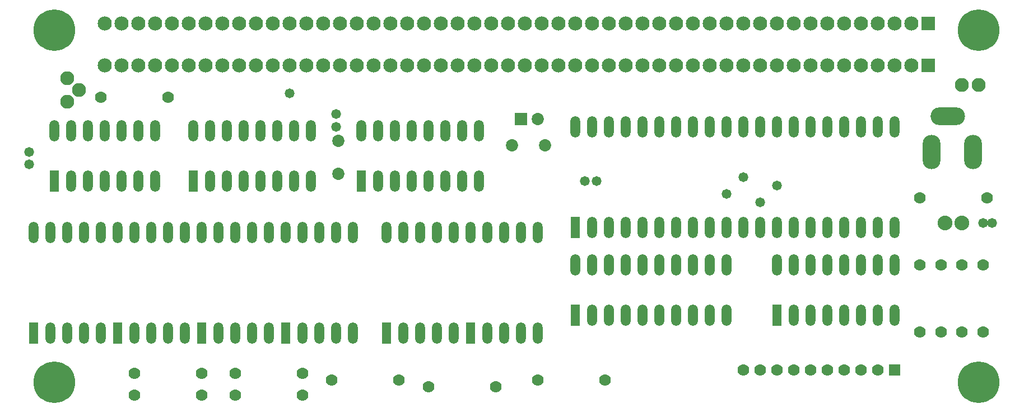
<source format=gts>
G04 Layer_Color=8388736*
%FSLAX25Y25*%
%MOIN*%
G70*
G01*
G75*
%ADD35O,0.05800X0.12800*%
%ADD36R,0.05800X0.12800*%
%ADD37C,0.24800*%
%ADD38C,0.08400*%
%ADD39R,0.08400X0.08400*%
%ADD40C,0.08800*%
%ADD41O,0.20500X0.10600*%
%ADD42O,0.10600X0.20500*%
%ADD43C,0.08300*%
%ADD44O,0.05800X0.12800*%
%ADD45R,0.05800X0.12800*%
%ADD46O,0.05918X0.12800*%
%ADD47C,0.07000*%
%ADD48R,0.07000X0.07000*%
%ADD49R,0.07300X0.07300*%
%ADD50C,0.07300*%
%ADD51C,0.05800*%
D35*
X372500Y279500D02*
D03*
X382500D02*
D03*
X392500D02*
D03*
X402500D02*
D03*
X412500D02*
D03*
Y219500D02*
D03*
X402500D02*
D03*
X392500D02*
D03*
X382500D02*
D03*
X332500D02*
D03*
X342500D02*
D03*
X352500D02*
D03*
X362500D02*
D03*
Y279500D02*
D03*
X352500D02*
D03*
X342500D02*
D03*
X332500D02*
D03*
X322500D02*
D03*
X262500D02*
D03*
X272500D02*
D03*
X282500D02*
D03*
X292500D02*
D03*
X302500D02*
D03*
Y219500D02*
D03*
X292500D02*
D03*
X282500D02*
D03*
X272500D02*
D03*
X222500D02*
D03*
X232500D02*
D03*
X242500D02*
D03*
X252500D02*
D03*
Y279500D02*
D03*
X242500D02*
D03*
X232500D02*
D03*
X222500D02*
D03*
X212500D02*
D03*
X162500D02*
D03*
X172500D02*
D03*
X182500D02*
D03*
X192500D02*
D03*
X202500D02*
D03*
Y219500D02*
D03*
X192500D02*
D03*
X182500D02*
D03*
X172500D02*
D03*
X122500D02*
D03*
X132500D02*
D03*
X142500D02*
D03*
X152500D02*
D03*
Y279500D02*
D03*
X142500D02*
D03*
X132500D02*
D03*
X122500D02*
D03*
X112500D02*
D03*
D36*
X372500Y219500D02*
D03*
X322500D02*
D03*
X262500D02*
D03*
X212500D02*
D03*
X162500D02*
D03*
X112500D02*
D03*
X435000Y230000D02*
D03*
D37*
X125000Y190000D02*
D03*
X675000D02*
D03*
Y400000D02*
D03*
X125000D02*
D03*
D38*
X395000Y379000D02*
D03*
X385000D02*
D03*
X375000D02*
D03*
X365000D02*
D03*
X355000D02*
D03*
X345000D02*
D03*
X335000D02*
D03*
X325000D02*
D03*
X315000D02*
D03*
X305000D02*
D03*
X295000D02*
D03*
X285000D02*
D03*
X275000D02*
D03*
X235000D02*
D03*
X245000D02*
D03*
X255000D02*
D03*
X265000D02*
D03*
X195000D02*
D03*
X205000D02*
D03*
X215000D02*
D03*
X225000D02*
D03*
X155000D02*
D03*
X165000D02*
D03*
X175000D02*
D03*
X185000D02*
D03*
X435000D02*
D03*
X425000D02*
D03*
X415000D02*
D03*
X405000D02*
D03*
X475000D02*
D03*
X465000D02*
D03*
X455000D02*
D03*
X445000D02*
D03*
X515000D02*
D03*
X505000D02*
D03*
X495000D02*
D03*
X485000D02*
D03*
X525000D02*
D03*
X535000D02*
D03*
X545000D02*
D03*
X555000D02*
D03*
X565000D02*
D03*
X575000D02*
D03*
X585000D02*
D03*
X595000D02*
D03*
X605000D02*
D03*
X615000D02*
D03*
X625000D02*
D03*
X635000D02*
D03*
Y404000D02*
D03*
X625000D02*
D03*
X615000D02*
D03*
X605000D02*
D03*
X595000D02*
D03*
X585000D02*
D03*
X575000D02*
D03*
X565000D02*
D03*
X555000D02*
D03*
X545000D02*
D03*
X535000D02*
D03*
X525000D02*
D03*
X485000D02*
D03*
X495000D02*
D03*
X505000D02*
D03*
X515000D02*
D03*
X445000D02*
D03*
X455000D02*
D03*
X465000D02*
D03*
X475000D02*
D03*
X405000D02*
D03*
X415000D02*
D03*
X425000D02*
D03*
X435000D02*
D03*
X185000D02*
D03*
X175000D02*
D03*
X165000D02*
D03*
X155000D02*
D03*
X225000D02*
D03*
X215000D02*
D03*
X205000D02*
D03*
X195000D02*
D03*
X265000D02*
D03*
X255000D02*
D03*
X245000D02*
D03*
X235000D02*
D03*
X275000D02*
D03*
X285000D02*
D03*
X295000D02*
D03*
X305000D02*
D03*
X315000D02*
D03*
X325000D02*
D03*
X335000D02*
D03*
X345000D02*
D03*
X355000D02*
D03*
X365000D02*
D03*
X375000D02*
D03*
X385000D02*
D03*
X395000D02*
D03*
D39*
X645000Y379000D02*
D03*
Y404000D02*
D03*
D40*
X665000Y285000D02*
D03*
X655000D02*
D03*
D41*
X656700Y348700D02*
D03*
D42*
X646900Y327500D02*
D03*
X671500D02*
D03*
D43*
X675000Y367500D02*
D03*
X665000D02*
D03*
X132500Y371500D02*
D03*
Y357500D02*
D03*
X139500Y364500D02*
D03*
D44*
X555000Y260000D02*
D03*
X565000D02*
D03*
X575000D02*
D03*
X585000D02*
D03*
X595000D02*
D03*
X605000D02*
D03*
X615000D02*
D03*
X625000D02*
D03*
Y230000D02*
D03*
X615000D02*
D03*
X605000D02*
D03*
X595000D02*
D03*
X585000D02*
D03*
X575000D02*
D03*
X565000D02*
D03*
X435000Y342500D02*
D03*
X445000D02*
D03*
X455000D02*
D03*
X465000D02*
D03*
X475000D02*
D03*
X485000D02*
D03*
X495000D02*
D03*
X505000D02*
D03*
X515000D02*
D03*
X525000D02*
D03*
X535000D02*
D03*
X545000D02*
D03*
X555000D02*
D03*
X565000D02*
D03*
X575000D02*
D03*
X585000D02*
D03*
X595000D02*
D03*
X605000D02*
D03*
X615000D02*
D03*
X625000D02*
D03*
Y282500D02*
D03*
X615000D02*
D03*
X605000D02*
D03*
X595000D02*
D03*
X585000D02*
D03*
X575000D02*
D03*
X565000D02*
D03*
X555000D02*
D03*
X545000D02*
D03*
X535000D02*
D03*
X525000D02*
D03*
X515000D02*
D03*
X505000D02*
D03*
X495000D02*
D03*
X485000D02*
D03*
X475000D02*
D03*
X465000D02*
D03*
X455000D02*
D03*
X445000D02*
D03*
X217500Y310000D02*
D03*
X227500D02*
D03*
X237500D02*
D03*
X247500D02*
D03*
X257500D02*
D03*
X267500D02*
D03*
X277500D02*
D03*
Y340000D02*
D03*
X267500D02*
D03*
X257500D02*
D03*
X247500D02*
D03*
X237500D02*
D03*
X227500D02*
D03*
X217500D02*
D03*
X207500D02*
D03*
X307500D02*
D03*
X317500D02*
D03*
X327500D02*
D03*
X337500D02*
D03*
X347500D02*
D03*
X357500D02*
D03*
X367500D02*
D03*
X377500D02*
D03*
Y310000D02*
D03*
X367500D02*
D03*
X357500D02*
D03*
X347500D02*
D03*
X337500D02*
D03*
X327500D02*
D03*
X317500D02*
D03*
X125000Y340000D02*
D03*
X135000D02*
D03*
X145000D02*
D03*
X155000D02*
D03*
X165000D02*
D03*
X175000D02*
D03*
X185000D02*
D03*
Y310000D02*
D03*
X175000D02*
D03*
X165000D02*
D03*
X155000D02*
D03*
X145000D02*
D03*
X135000D02*
D03*
D45*
X555000Y230000D02*
D03*
X435000Y282500D02*
D03*
X207500Y310000D02*
D03*
X307500D02*
D03*
X125000D02*
D03*
D46*
X445000Y230000D02*
D03*
X455000D02*
D03*
X465000D02*
D03*
X475000D02*
D03*
X485000D02*
D03*
X495000D02*
D03*
X505000D02*
D03*
X515000D02*
D03*
X525000D02*
D03*
Y260000D02*
D03*
X515000D02*
D03*
X505000D02*
D03*
X495000D02*
D03*
X485000D02*
D03*
X475000D02*
D03*
X465000D02*
D03*
X455000D02*
D03*
X445000D02*
D03*
X435000D02*
D03*
D47*
X535000Y197500D02*
D03*
X545000D02*
D03*
X555000D02*
D03*
X565000D02*
D03*
X575000D02*
D03*
X585000D02*
D03*
X595000D02*
D03*
X605000D02*
D03*
X615000D02*
D03*
X640000Y260000D02*
D03*
Y220000D02*
D03*
X652500D02*
D03*
Y260000D02*
D03*
X665000D02*
D03*
Y220000D02*
D03*
X677500D02*
D03*
Y260000D02*
D03*
X152500Y360000D02*
D03*
X192500D02*
D03*
X452500Y191500D02*
D03*
X412500D02*
D03*
X347500Y187500D02*
D03*
X387500D02*
D03*
X330000Y191500D02*
D03*
X290000D02*
D03*
X232500Y182500D02*
D03*
X272500D02*
D03*
Y195500D02*
D03*
X232500D02*
D03*
X172500Y182500D02*
D03*
X212500D02*
D03*
X172500Y195500D02*
D03*
X212500D02*
D03*
X680000Y300000D02*
D03*
X640000D02*
D03*
D48*
X625000Y197500D02*
D03*
D49*
X402658Y347000D02*
D03*
D50*
X412500D02*
D03*
X294000Y314500D02*
D03*
Y334186D02*
D03*
X416843Y331500D02*
D03*
X397157D02*
D03*
D51*
X265000Y362500D02*
D03*
X555000Y307500D02*
D03*
X545000Y297500D02*
D03*
X292500Y350000D02*
D03*
Y342500D02*
D03*
X525000Y302500D02*
D03*
X535000Y312500D02*
D03*
X440500Y310000D02*
D03*
X447500D02*
D03*
X677500Y285000D02*
D03*
X683000D02*
D03*
X110000Y327500D02*
D03*
Y320000D02*
D03*
M02*

</source>
